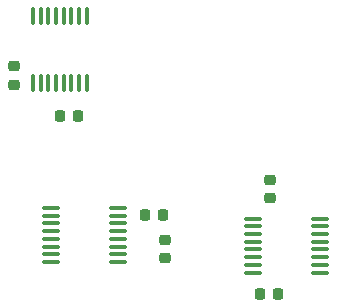
<source format=gbp>
%TF.GenerationSoftware,KiCad,Pcbnew,(6.0.8)*%
%TF.CreationDate,2022-11-27T13:06:36-05:00*%
%TF.ProjectId,miura_board,6d697572-615f-4626-9f61-72642e6b6963,rev?*%
%TF.SameCoordinates,Original*%
%TF.FileFunction,Paste,Bot*%
%TF.FilePolarity,Positive*%
%FSLAX46Y46*%
G04 Gerber Fmt 4.6, Leading zero omitted, Abs format (unit mm)*
G04 Created by KiCad (PCBNEW (6.0.8)) date 2022-11-27 13:06:36*
%MOMM*%
%LPD*%
G01*
G04 APERTURE LIST*
G04 Aperture macros list*
%AMRoundRect*
0 Rectangle with rounded corners*
0 $1 Rounding radius*
0 $2 $3 $4 $5 $6 $7 $8 $9 X,Y pos of 4 corners*
0 Add a 4 corners polygon primitive as box body*
4,1,4,$2,$3,$4,$5,$6,$7,$8,$9,$2,$3,0*
0 Add four circle primitives for the rounded corners*
1,1,$1+$1,$2,$3*
1,1,$1+$1,$4,$5*
1,1,$1+$1,$6,$7*
1,1,$1+$1,$8,$9*
0 Add four rect primitives between the rounded corners*
20,1,$1+$1,$2,$3,$4,$5,0*
20,1,$1+$1,$4,$5,$6,$7,0*
20,1,$1+$1,$6,$7,$8,$9,0*
20,1,$1+$1,$8,$9,$2,$3,0*%
G04 Aperture macros list end*
%ADD10RoundRect,0.225000X-0.250000X0.225000X-0.250000X-0.225000X0.250000X-0.225000X0.250000X0.225000X0*%
%ADD11RoundRect,0.100000X-0.637500X-0.100000X0.637500X-0.100000X0.637500X0.100000X-0.637500X0.100000X0*%
%ADD12RoundRect,0.100000X0.637500X0.100000X-0.637500X0.100000X-0.637500X-0.100000X0.637500X-0.100000X0*%
%ADD13RoundRect,0.225000X-0.225000X-0.250000X0.225000X-0.250000X0.225000X0.250000X-0.225000X0.250000X0*%
%ADD14RoundRect,0.225000X0.250000X-0.225000X0.250000X0.225000X-0.250000X0.225000X-0.250000X-0.225000X0*%
%ADD15RoundRect,0.225000X0.225000X0.250000X-0.225000X0.250000X-0.225000X-0.250000X0.225000X-0.250000X0*%
%ADD16RoundRect,0.100000X-0.100000X0.637500X-0.100000X-0.637500X0.100000X-0.637500X0.100000X0.637500X0*%
G04 APERTURE END LIST*
D10*
%TO.C,C22*%
X89500000Y-67925000D03*
X89500000Y-69475000D03*
%TD*%
%TO.C,C20*%
X98400000Y-64375000D03*
X98400000Y-62825000D03*
%TD*%
D11*
%TO.C,U8*%
X79837500Y-69775000D03*
X79837500Y-69125000D03*
X79837500Y-68475000D03*
X79837500Y-67825000D03*
X79837500Y-67175000D03*
X79837500Y-66525000D03*
X79837500Y-65875000D03*
X79837500Y-65225000D03*
X85562500Y-65225000D03*
X85562500Y-65875000D03*
X85562500Y-66525000D03*
X85562500Y-67175000D03*
X85562500Y-67825000D03*
X85562500Y-68475000D03*
X85562500Y-69125000D03*
X85562500Y-69775000D03*
%TD*%
D12*
%TO.C,U4*%
X102656250Y-66125000D03*
X102656250Y-66775000D03*
X102656250Y-67425000D03*
X102656250Y-68075000D03*
X102656250Y-68725000D03*
X102656250Y-69375000D03*
X102656250Y-70025000D03*
X102656250Y-70675000D03*
X96931250Y-70675000D03*
X96931250Y-70025000D03*
X96931250Y-69375000D03*
X96931250Y-68725000D03*
X96931250Y-68075000D03*
X96931250Y-67425000D03*
X96931250Y-66775000D03*
X96931250Y-66125000D03*
%TD*%
D13*
%TO.C,C17*%
X80625000Y-57400000D03*
X82175000Y-57400000D03*
%TD*%
D14*
%TO.C,C18*%
X76700000Y-53225000D03*
X76700000Y-54775000D03*
%TD*%
D15*
%TO.C,C21*%
X89375000Y-65800000D03*
X87825000Y-65800000D03*
%TD*%
D16*
%TO.C,U3*%
X78325000Y-48937500D03*
X78975000Y-48937500D03*
X79625000Y-48937500D03*
X80275000Y-48937500D03*
X80925000Y-48937500D03*
X81575000Y-48937500D03*
X82225000Y-48937500D03*
X82875000Y-48937500D03*
X82875000Y-54662500D03*
X82225000Y-54662500D03*
X81575000Y-54662500D03*
X80925000Y-54662500D03*
X80275000Y-54662500D03*
X79625000Y-54662500D03*
X78975000Y-54662500D03*
X78325000Y-54662500D03*
%TD*%
D15*
%TO.C,C19*%
X97570000Y-72500000D03*
X99120000Y-72500000D03*
%TD*%
M02*

</source>
